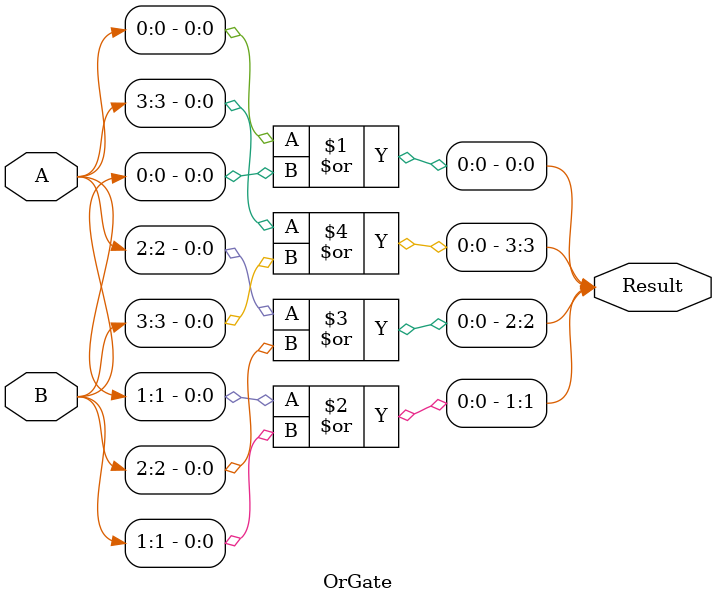
<source format=v>
module OrGate (input [3:0] A, B, output [3:0] Result );
    // OR operation for each  bit of A and B
    or(Result[0], A[0], B[0]);  // OR operation for the least significant bit
    or(Result[1], A[1], B[1]);  // OR operation for the second least significant bit
    or(Result[2], A[2], B[2]);  // OR operation for the third least significant bit
    or(Result[3], A[3], B[3]);  // OR operation for the most significant bit

endmodule

</source>
